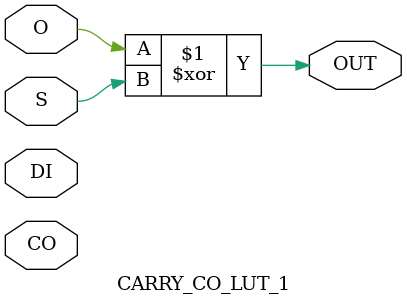
<source format=v>
module CARRY_CO_LUT_1(input CO, input O, input S, input DI, output OUT);
assign OUT = O ^ S;
endmodule
</source>
